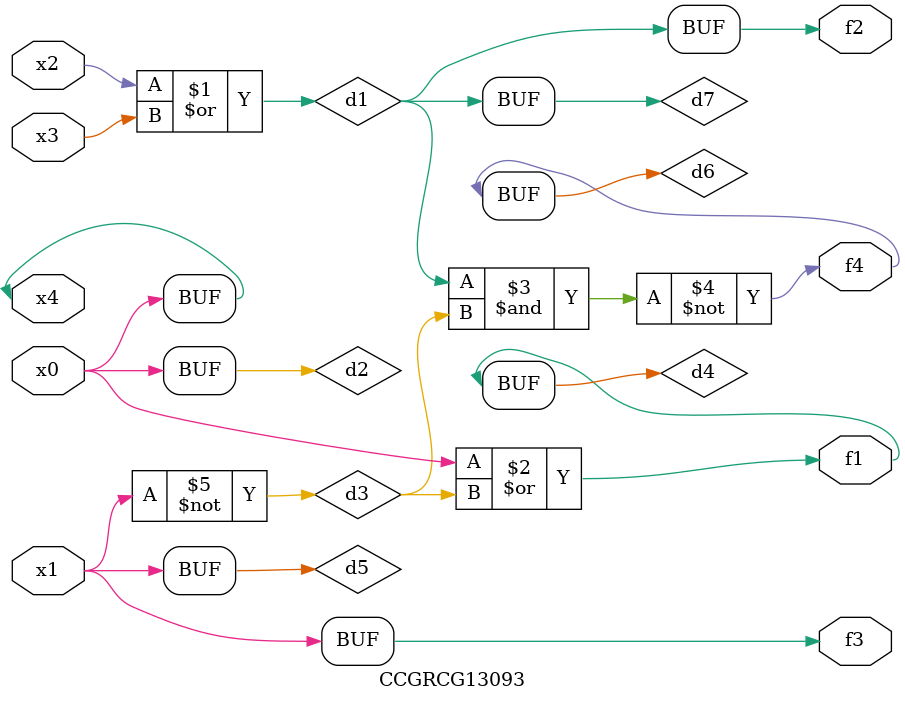
<source format=v>
module CCGRCG13093(
	input x0, x1, x2, x3, x4,
	output f1, f2, f3, f4
);

	wire d1, d2, d3, d4, d5, d6, d7;

	or (d1, x2, x3);
	buf (d2, x0, x4);
	not (d3, x1);
	or (d4, d2, d3);
	not (d5, d3);
	nand (d6, d1, d3);
	or (d7, d1);
	assign f1 = d4;
	assign f2 = d7;
	assign f3 = d5;
	assign f4 = d6;
endmodule

</source>
